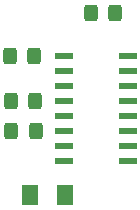
<source format=gtp>
G04 #@! TF.GenerationSoftware,KiCad,Pcbnew,(6.0.1)*
G04 #@! TF.CreationDate,2022-08-01T16:57:02-04:00*
G04 #@! TF.ProjectId,RS232_TTL_Female,52533233-325f-4545-944c-5f46656d616c,rev?*
G04 #@! TF.SameCoordinates,Original*
G04 #@! TF.FileFunction,Paste,Top*
G04 #@! TF.FilePolarity,Positive*
%FSLAX46Y46*%
G04 Gerber Fmt 4.6, Leading zero omitted, Abs format (unit mm)*
G04 Created by KiCad (PCBNEW (6.0.1)) date 2022-08-01 16:57:02*
%MOMM*%
%LPD*%
G01*
G04 APERTURE LIST*
G04 Aperture macros list*
%AMRoundRect*
0 Rectangle with rounded corners*
0 $1 Rounding radius*
0 $2 $3 $4 $5 $6 $7 $8 $9 X,Y pos of 4 corners*
0 Add a 4 corners polygon primitive as box body*
4,1,4,$2,$3,$4,$5,$6,$7,$8,$9,$2,$3,0*
0 Add four circle primitives for the rounded corners*
1,1,$1+$1,$2,$3*
1,1,$1+$1,$4,$5*
1,1,$1+$1,$6,$7*
1,1,$1+$1,$8,$9*
0 Add four rect primitives between the rounded corners*
20,1,$1+$1,$2,$3,$4,$5,0*
20,1,$1+$1,$4,$5,$6,$7,0*
20,1,$1+$1,$6,$7,$8,$9,0*
20,1,$1+$1,$8,$9,$2,$3,0*%
G04 Aperture macros list end*
%ADD10RoundRect,0.250000X0.325000X0.450000X-0.325000X0.450000X-0.325000X-0.450000X0.325000X-0.450000X0*%
%ADD11RoundRect,0.250000X-0.325000X-0.450000X0.325000X-0.450000X0.325000X0.450000X-0.325000X0.450000X0*%
%ADD12R,1.500000X0.600000*%
%ADD13RoundRect,0.250001X-0.462499X-0.624999X0.462499X-0.624999X0.462499X0.624999X-0.462499X0.624999X0*%
G04 APERTURE END LIST*
D10*
X75082900Y-49051300D03*
X73032900Y-49051300D03*
X73096400Y-52835900D03*
X75146400Y-52835900D03*
X81940900Y-45419100D03*
X79890900Y-45419100D03*
D11*
X75197200Y-55401300D03*
X73147200Y-55401300D03*
D12*
X77580900Y-49051300D03*
X77580900Y-50321300D03*
X77580900Y-51591300D03*
X77580900Y-52861300D03*
X77580900Y-54131300D03*
X77580900Y-55401300D03*
X77580900Y-56671300D03*
X77580900Y-57941300D03*
X82980900Y-57941300D03*
X82980900Y-56671300D03*
X82980900Y-55401300D03*
X82980900Y-54131300D03*
X82980900Y-52861300D03*
X82980900Y-51591300D03*
X82980900Y-50321300D03*
X82980900Y-49051300D03*
D13*
X74677300Y-60782800D03*
X77652300Y-60782800D03*
M02*

</source>
